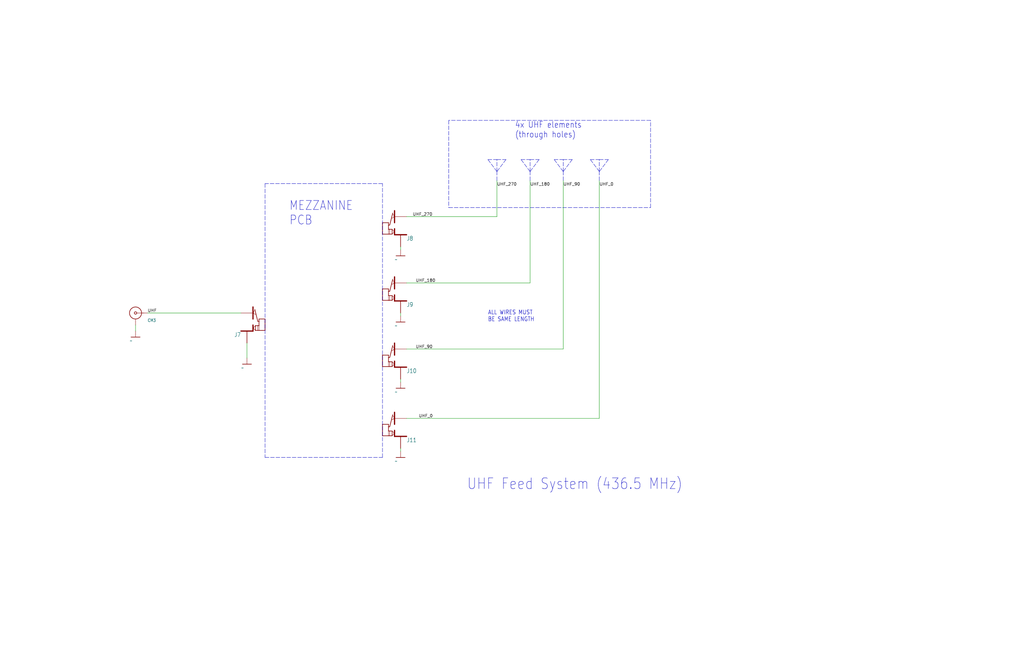
<source format=kicad_sch>
(kicad_sch (version 20211123) (generator eeschema)
  (paper "USLedger")
  (title_block (title "+Z End Card w/ Turnstile") (rev "1.0"))
  (lib_symbols
    (symbol "OreSat-j-molex-smpm-73300-003x:J-MOLEX-SMPM-73300-003X"
      (property "Reference" "CM1" (at -3.81 -5.08 0))
      (property "Value" "J-MOLEX-SMPM-73300-003X" (at -19.05 3.81 0))
      (symbol "J-MOLEX-SMPM-73300-003X_1_0"
        (polyline (pts (xy 0.508 0) (xy 3.556 0)) (stroke (width 0.1524)))
        (circle (center 0 0) (radius 0.508) (stroke (width 0.254)))
        (circle (center 0 0) (radius 2.54) (stroke (width 0.254)))
        (pin passive line (at 0 -5.08 90) (length 2.54) (name "SHIELD3") (number "GND"))
        (pin passive line (at 5.08 0 180) (length 2.54) (name "CENTER") (number "RF"))
      )
    )
    (symbol "plusz-end-card-with-turnstile-eagle-import:GND" (power)
      (property "Value" "GND" (at -2.54 -2.54 0))
      (symbol "GND_1_0"
        (polyline (pts (xy -1.905 0) (xy 1.905 0)) (stroke (width 0.254)))
        (pin power_in line (at 0 2.54 270) (length 2.54) (name "GND") (number "1"))
      )
    )
    (symbol "plusz-end-card-with-turnstile-eagle-import:R107064070_CONTACT"
      (property "Value" "R107064070_CONTACT" (at 5.08 -10.16 0))
      (symbol "R107064070_CONTACT_1_0"
        (arc (start -1.27 2.032) (mid -0.254 2.54) (end -0.762 3.556) (stroke (width 0.1524)))
        (arc (start -1.016 -4.572) (mid -0.254 -3.81) (end -1.016 -3.048) (stroke (width 0.1524)))
        (polyline (pts (xy -5.08 -4.826) (xy -2.54 -4.826)) (stroke (width 0.254)))
        (polyline (pts (xy -5.08 0) (xy -5.08 -4.826)) (stroke (width 0.254)))
        (polyline (pts (xy -2.54 -4.826) (xy -2.032 -4.826)) (stroke (width 0.254)))
        (polyline (pts (xy -2.54 -2.794) (xy -2.54 -4.826)) (stroke (width 0.1524)))
        (polyline (pts (xy -2.54 -2.794) (xy -2.54 -1.016)) (stroke (width 0.254)))
        (polyline (pts (xy -2.54 -1.016) (xy -2.54 0)) (stroke (width 0.254)))
        (polyline (pts (xy -2.54 0) (xy -5.08 0)) (stroke (width 0.254)))
        (polyline (pts (xy -2.032 -4.826) (xy -2.032 -2.794)) (stroke (width 0.1524)))
        (polyline (pts (xy -2.032 -4.826) (xy -1.016 -4.826)) (stroke (width 0.254)))
        (polyline (pts (xy -2.032 -2.794) (xy -2.54 -2.794)) (stroke (width 0.254)))
        (polyline (pts (xy -2.032 -1.016) (xy -2.54 -1.016)) (stroke (width 0.254)))
        (polyline (pts (xy -1.016 -4.826) (xy -1.016 -4.572)) (stroke (width 0.254)))
        (polyline (pts (xy -1.016 -4.572) (xy -1.016 -3.048)) (stroke (width 0.254)))
        (polyline (pts (xy -1.016 -3.048) (xy -1.016 -2.794)) (stroke (width 0.254)))
        (polyline (pts (xy -1.016 -2.794) (xy -2.032 -2.794)) (stroke (width 0.254)))
        (polyline (pts (xy -0.762 4.064) (xy -2.032 -1.016)) (stroke (width 0.254)))
        (polyline (pts (xy 0 -5.08) (xy 5.08 -5.08)) (stroke (width 0.508)))
        (polyline (pts (xy 0 -2.54) (xy 0 -5.08)) (stroke (width 0.508)))
        (polyline (pts (xy 0 5.08) (xy 0 0)) (stroke (width 0.508)))
        (pin bidirectional line (at 5.08 2.54 180) (length 5.08) (name "P$1") (number "P$1"))
        (pin bidirectional line (at 2.54 -10.16 90) (length 5.08) (name "P$2") (number "P$2"))
        (pin bidirectional line (at 2.54 -10.16 90) (length 5.08) (name "P$2") (number "P$3"))
      )
    )
  )
  (polyline (pts (xy 256.54 67.31) (xy 252.73 72.39)))
  (wire (pts (xy 209.55 91.44) (xy 209.55 76.2)))
  (polyline (pts (xy 237.49 76.2) (xy 237.49 72.39)))
  (polyline (pts (xy 189.23 87.63) (xy 274.32 87.63)))
  (polyline (pts (xy 209.55 72.39) (xy 205.74 67.31)))
  (wire (pts (xy 171.45 147.32) (xy 237.49 147.32)))
  (wire (pts (xy 237.49 147.32) (xy 237.49 76.2)))
  (wire (pts (xy 168.91 133.35) (xy 168.91 132.08)))
  (polyline (pts (xy 209.55 72.39) (xy 209.55 67.31)))
  (polyline (pts (xy 111.76 77.47) (xy 111.76 193.04)))
  (polyline (pts (xy 223.52 72.39) (xy 223.52 67.31)))
  (polyline (pts (xy 223.52 72.39) (xy 219.71 67.31)))
  (polyline (pts (xy 189.23 50.8) (xy 189.23 87.63)))
  (polyline (pts (xy 233.68 67.31) (xy 237.49 67.31)))
  (polyline (pts (xy 209.55 67.31) (xy 213.36 67.31)))
  (wire (pts (xy 168.91 190.5) (xy 168.91 189.23)))
  (polyline (pts (xy 237.49 72.39) (xy 233.68 67.31)))
  (polyline (pts (xy 223.52 67.31) (xy 227.33 67.31)))
  (polyline (pts (xy 237.49 72.39) (xy 237.49 67.31)))
  (polyline (pts (xy 219.71 67.31) (xy 223.52 67.31)))
  (polyline (pts (xy 161.29 193.04) (xy 161.29 77.47)))
  (polyline (pts (xy 274.32 50.8) (xy 189.23 50.8)))
  (polyline (pts (xy 111.76 193.04) (xy 161.29 193.04)))
  (wire (pts (xy 223.52 119.38) (xy 223.52 76.2)))
  (wire (pts (xy 171.45 91.44) (xy 209.55 91.44)))
  (polyline (pts (xy 161.29 77.47) (xy 111.76 77.47)))
  (polyline (pts (xy 237.49 67.31) (xy 241.3 67.31)))
  (polyline (pts (xy 209.55 76.2) (xy 209.55 72.39)))
  (wire (pts (xy 168.91 105.41) (xy 168.91 104.14)))
  (wire (pts (xy 104.14 151.13) (xy 104.14 144.78)))
  (wire (pts (xy 171.45 176.53) (xy 252.73 176.53)))
  (polyline (pts (xy 248.92 67.31) (xy 252.73 67.31)))
  (polyline (pts (xy 252.73 67.31) (xy 256.54 67.31)))
  (polyline (pts (xy 252.73 72.39) (xy 252.73 67.31)))
  (wire (pts (xy 171.45 119.38) (xy 223.52 119.38)))
  (wire (pts (xy 168.91 161.29) (xy 168.91 160.02)))
  (polyline (pts (xy 241.3 67.31) (xy 237.49 72.39)))
  (polyline (pts (xy 205.74 67.31) (xy 209.55 67.31)))
  (polyline (pts (xy 227.33 67.31) (xy 223.52 72.39)))
  (wire (pts (xy 57.15 139.7) (xy 57.15 137.16)))
  (polyline (pts (xy 213.36 67.31) (xy 209.55 72.39)))
  (polyline (pts (xy 223.52 76.2) (xy 223.52 72.39)))
  (wire (pts (xy 101.6 132.08) (xy 62.23 132.08)))
  (polyline (pts (xy 252.73 72.39) (xy 248.92 67.31)))
  (polyline (pts (xy 252.73 76.2) (xy 252.73 72.39)))
  (wire (pts (xy 252.73 176.53) (xy 252.73 76.2)))
  (polyline (pts (xy 274.32 87.63) (xy 274.32 50.8)))
  (text "MEZZANINE\nPCB" (at 121.92 95.25 180) (effects (font (size 3.81 3.2385)) (justify left bottom)))
  (text "4x UHF elements\n(through holes)" (at 217.17 58.42 180) (effects (font (size 2.54 2.159)) (justify left bottom)))
  (text "UHF Feed System (436.5 MHz)" (at 196.85 207.01 180) (effects (font (size 4.572 3.8862)) (justify left bottom)))
  (text "ALL WIRES MUST\nBE SAME LENGTH" (at 205.74 135.89 180) (effects (font (size 1.778 1.5113)) (justify left bottom)))
  (label "UHF_270" (at 173.99 91.44 0) (effects (font (size 1.2446 1.2446))))
  (label "UHF_180" (at 223.52 78.74 0) (effects (font (size 1.2446 1.2446))))
  (label "UHF_90" (at 237.49 78.74 0) (effects (font (size 1.2446 1.2446))))
  (label "UHF" (at 62.23 132.08 0) (effects (font (size 1.2446 1.2446))))
  (label "UHF_0" (at 252.73 78.74 0) (effects (font (size 1.2446 1.2446))))
  (label "UHF_90" (at 175.26 147.32 0) (effects (font (size 1.2446 1.2446))))
  (label "UHF_180" (at 175.26 119.38 0) (effects (font (size 1.2446 1.2446))))
  (label "UHF_270" (at 209.55 78.74 0) (effects (font (size 1.2446 1.2446))))
  (label "UHF_0" (at 176.53 176.53 0) (effects (font (size 1.2446 1.2446))))
  (symbol (lib_id "plusz-end-card-with-turnstile-eagle-import:GND") (at 168.91 107.95 0) (unit 1)
    (property "Reference" "#GND8" (effects hide))
  )
  (symbol (lib_id "plusz-end-card-with-turnstile-eagle-import:R107064070_CONTACT") (at 106.68 134.62 0) (mirror y) (unit 1)
    (property "Reference" "J7" (at 101.6 142.24 0) (effects (font (size 1.778 1.5113)) (justify left bottom)))
  )
  (symbol (lib_id "plusz-end-card-with-turnstile-eagle-import:GND") (at 57.15 142.24 0) (unit 1)
    (property "Reference" "#GND13" (effects hide))
  )
  (symbol (lib_id "plusz-end-card-with-turnstile-eagle-import:R107064070_CONTACT") (at 166.37 121.92 0) (unit 1)
    (property "Reference" "J9" (at 171.45 129.54 0) (effects (font (size 1.778 1.5113)) (justify left bottom)))
  )
  (symbol (lib_id "plusz-end-card-with-turnstile-eagle-import:GND") (at 168.91 135.89 0) (unit 1)
    (property "Reference" "#GND9" (effects hide))
  )
  (symbol (lib_id "OreSat-j-molex-smpm-73300-003x:J-MOLEX-SMPM-73300-003X") (at 57.15 132.08 0) (unit 1)
    (property "Reference" "CM3" (at 62.23 135.89 0) (effects (font (size 1.27 1.0795)) (justify left bottom)))
  )
  (symbol (lib_id "plusz-end-card-with-turnstile-eagle-import:R107064070_CONTACT") (at 166.37 179.07 0) (unit 1)
    (property "Reference" "J11" (at 171.45 186.69 0) (effects (font (size 1.778 1.5113)) (justify left bottom)))
  )
  (symbol (lib_id "plusz-end-card-with-turnstile-eagle-import:GND") (at 168.91 193.04 0) (unit 1)
    (property "Reference" "#GND11" (effects hide))
  )
  (symbol (lib_id "plusz-end-card-with-turnstile-eagle-import:R107064070_CONTACT") (at 166.37 93.98 0) (unit 1)
    (property "Reference" "J8" (at 171.45 101.6 0) (effects (font (size 1.778 1.5113)) (justify left bottom)))
  )
  (symbol (lib_id "plusz-end-card-with-turnstile-eagle-import:GND") (at 104.14 153.67 0) (unit 1)
    (property "Reference" "#GND7" (effects hide))
  )
  (symbol (lib_id "plusz-end-card-with-turnstile-eagle-import:GND") (at 168.91 163.83 0) (unit 1)
    (property "Reference" "#GND10" (effects hide))
  )
  (symbol (lib_id "plusz-end-card-with-turnstile-eagle-import:R107064070_CONTACT") (at 166.37 149.86 0) (unit 1)
    (property "Reference" "J10" (at 171.45 157.48 0) (effects (font (size 1.778 1.5113)) (justify left bottom)))
  )
)
</source>
